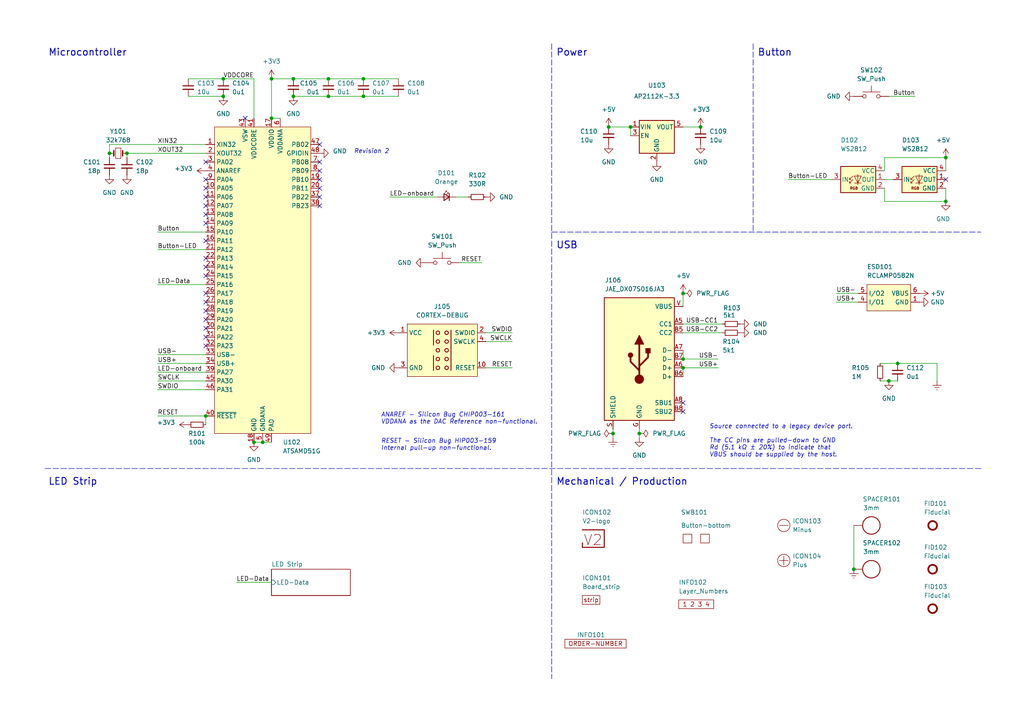
<source format=kicad_sch>
(kicad_sch (version 20230121) (generator eeschema)
  (paper "A4")
  (title_block (title "V2 strip") (date "2023-01-12") (rev "3") (company "Versio Duo") (comment 1 "WS2812 LED Strip Adapter"))
  (lib_symbols
    (symbol "Device:C_Small" (pin_numbers hide) (pin_names (offset 0.254) hide)
      (property "Reference" "C" (at 0.254 1.778 0))
      (property "Value" "C_Small" (at 0.254 -2.032 0))
      (symbol "C_Small_0_1"
        (polyline (pts (xy -1.524 -0.508) (xy 1.524 -0.508)) (stroke (width 0.3302)))
        (polyline (pts (xy -1.524 0.508) (xy 1.524 0.508)) (stroke (width 0.3048)))
      )
      (symbol "C_Small_1_1"
        (pin passive line (at 0 2.54 270) (length 2.032) (name "~") (number "1"))
        (pin passive line (at 0 -2.54 90) (length 2.032) (name "~") (number "2"))
      )
    )
    (symbol "Device:Crystal_Small" (pin_numbers hide) (pin_names (offset 1.016) hide)
      (property "Reference" "Y" (at 0 2.54 0))
      (property "Value" "Crystal_Small" (at 0 -2.54 0))
      (symbol "Crystal_Small_0_1"
        (rectangle (start -0.762 -1.524) (end 0.762 1.524))
        (polyline (pts (xy -1.27 -0.762) (xy -1.27 0.762)) (stroke (width 0.381)))
        (polyline (pts (xy 1.27 -0.762) (xy 1.27 0.762)) (stroke (width 0.381)))
      )
      (symbol "Crystal_Small_1_1"
        (pin passive line (at -2.54 0 0) (length 1.27) (name "1") (number "1"))
        (pin passive line (at 2.54 0 180) (length 1.27) (name "2") (number "2"))
      )
    )
    (symbol "Device:LED_Small" (pin_numbers hide) (pin_names (offset 0.254) hide)
      (property "Reference" "D" (at -1.27 3.175 0))
      (property "Value" "LED_Small" (at -4.445 -2.54 0))
      (symbol "LED_Small_0_1"
        (polyline (pts (xy -0.762 -1.016) (xy -0.762 1.016)) (stroke (width 0.254)))
        (polyline (pts (xy 1.016 0) (xy -0.762 0)))
        (polyline (pts (xy 0.762 -1.016) (xy -0.762 0) (xy 0.762 1.016) (xy 0.762 -1.016)) (stroke (width 0.254)))
        (polyline (pts (xy 0 0.762) (xy -0.508 1.27) (xy -0.254 1.27) (xy -0.508 1.27) (xy -0.508 1.016)))
        (polyline (pts (xy 0.508 1.27) (xy 0 1.778) (xy 0.254 1.778) (xy 0 1.778) (xy 0 1.524)))
      )
      (symbol "LED_Small_1_1"
        (pin passive line (at -2.54 0 0) (length 1.778) (name "K") (number "1"))
        (pin passive line (at 2.54 0 180) (length 1.778) (name "A") (number "2"))
      )
    )
    (symbol "Device:R_Small" (pin_numbers hide) (pin_names (offset 0.254) hide)
      (property "Reference" "R" (at 0.762 0.508 0))
      (property "Value" "R_Small" (at 0.762 -1.016 0))
      (symbol "R_Small_0_1"
        (rectangle (start -0.762 1.778) (end 0.762 -1.778) (stroke (width 0.2032)))
      )
      (symbol "R_Small_1_1"
        (pin passive line (at 0 2.54 270) (length 0.762) (name "~") (number "1"))
        (pin passive line (at 0 -2.54 90) (length 0.762) (name "~") (number "2"))
      )
    )
    (symbol "Regulator_Linear:AP2112K-3.3" (pin_names (offset 0.254))
      (property "Reference" "U" (at -5.08 5.715 0))
      (property "Value" "AP2112K-3.3" (at 0 5.715 0))
      (symbol "AP2112K-3.3_0_1"
        (rectangle (start -5.08 4.445) (end 5.08 -5.08) (stroke (width 0.254)) (fill (type background)))
      )
      (symbol "AP2112K-3.3_1_1"
        (pin power_in line (at -7.62 2.54 0) (length 2.54) (name "VIN") (number "1"))
        (pin power_in line (at 0 -7.62 90) (length 2.54) (name "GND") (number "2"))
        (pin input line (at -7.62 0 0) (length 2.54) (name "EN") (number "3"))
        (pin no_connect line (at 5.08 0 180) (length 2.54) hide (name "NC") (number "4"))
        (pin power_out line (at 7.62 2.54 180) (length 2.54) (name "VOUT") (number "5"))
      )
    )
    (symbol "Switch:SW_Push" (pin_numbers hide) (pin_names (offset 1.016) hide)
      (property "Reference" "SW" (at 1.27 2.54 0))
      (property "Value" "SW_Push" (at 0 -1.524 0))
      (symbol "SW_Push_0_1"
        (circle (center -2.032 0) (radius 0.508))
        (polyline (pts (xy 0 1.27) (xy 0 3.048)))
        (polyline (pts (xy 2.54 1.27) (xy -2.54 1.27)))
        (circle (center 2.032 0) (radius 0.508))
        (pin passive line (at -5.08 0 0) (length 2.54) (name "1") (number "1"))
        (pin passive line (at 5.08 0 180) (length 2.54) (name "2") (number "2"))
      )
    )
    (symbol "V2_Artwork:Board_strip" (in_bom no)
      (property "Reference" "ICON" (at 0 2.54 0))
      (symbol "Board_strip_0_0"
        (rectangle (start -11.43 7.62) (end -11.43 7.62))
        (rectangle (start 2.54 -1.27) (end -2.54 1.27))
        (text "strip" (at 0 0 0) (effects (font (size 1.27 1.27))))
      )
    )
    (symbol "V2_Artwork:Minus" (in_bom no)
      (property "Reference" "ICON" (at -2.54 2.54 0))
      (symbol "Minus_0_1"
        (polyline (pts (xy -1.27 0) (xy 1.27 0)))
        (circle (center 0 0) (radius 1.7961))
      )
    )
    (symbol "V2_Artwork:Plus" (in_bom no)
      (property "Reference" "ICON" (at -2.54 2.54 0))
      (symbol "Plus_0_1"
        (polyline (pts (xy -1.27 0) (xy 1.27 0)))
        (polyline (pts (xy 0 1.27) (xy 0 -1.27)))
        (circle (center 0 0) (radius 1.7961))
      )
    )
    (symbol "V2_Artwork:V2-logo" (in_bom no)
      (property "Reference" "ICON" (at -3.81 2.54 0))
      (symbol "V2-logo_1_0"
        (polyline (pts (xy -3.81 1.27) (xy 2.54 1.27) (xy 2.54 -3.81) (xy -3.81 -3.81) (xy -3.81 -2.54)) (stroke (width 0.3)))
        (text "V2" (at -0.7135 -1.6753 0) (effects (font (size 3 3))))
      )
    )
    (symbol "V2_Connector_USB:JAE_DX07S016JA3"
      (property "Reference" "J" (at -10.16 24.13 0))
      (property "Value" "JAE_DX07S016JA3" (at -10.16 20.5 0))
      (symbol "JAE_DX07S016JA3_0_1"
        (rectangle (start -10.16 17.78) (end 10.16 -17.78) (stroke (width 0.254)) (fill (type background)))
        (circle (center -2.54 1.143) (radius 0.635) (stroke (width 0.254)) (fill (type outline)))
        (circle (center 0 -5.842) (radius 1.27) (fill (type outline)))
        (polyline (pts (xy 0 -5.842) (xy 0 4.318)) (stroke (width 0.508)))
        (polyline (pts (xy 0 -3.302) (xy -2.54 -0.762) (xy -2.54 0.508)) (stroke (width 0.508)))
        (polyline (pts (xy 0 -2.032) (xy 2.54 0.508) (xy 2.54 1.778)) (stroke (width 0.508)))
        (polyline (pts (xy -1.27 4.318) (xy 0 6.858) (xy 1.27 4.318) (xy -1.27 4.318)) (stroke (width 0.254)) (fill (type outline)))
        (rectangle (start 1.905 1.778) (end 3.175 3.048) (stroke (width 0.254)) (fill (type outline)))
      )
      (symbol "JAE_DX07S016JA3_1_1"
        (pin bidirectional line (at 12.7 10.16 180) (length 2.54) (name "CC1") (number "A5"))
        (pin bidirectional line (at 12.7 -2.54 180) (length 2.54) (name "D+") (number "A6"))
        (pin bidirectional line (at 12.7 2.54 180) (length 2.54) (name "D-") (number "A7"))
        (pin bidirectional line (at 12.7 -12.7 180) (length 2.54) (name "SBU1") (number "A8"))
        (pin bidirectional line (at 12.7 7.62 180) (length 2.54) (name "CC2") (number "B5"))
        (pin bidirectional line (at 12.7 -5.08 180) (length 2.54) (name "D+") (number "B6"))
        (pin bidirectional line (at 12.7 0 180) (length 2.54) (name "D-") (number "B7"))
        (pin bidirectional line (at 12.7 -15.24 180) (length 2.54) (name "SBU2") (number "B8"))
        (pin passive line (at 0 -20.32 90) (length 2.54) (name "GND") (number "G"))
        (pin passive line (at -7.62 -20.32 90) (length 2.54) (name "SHIELD") (number "S"))
        (pin passive line (at 12.7 15.24 180) (length 2.54) (name "VBUS") (number "V"))
      )
    )
    (symbol "V2_Cortex_Debug:Cortex_Debug" (in_bom no)
      (property "Reference" "J" (at -8.89 11.43 0))
      (property "Value" "Cortex_Debug" (at -8.89 8.89 0))
      (symbol "Cortex_Debug_1_0"
        (circle (center 0 -5.08) (radius 0.508) (stroke (width 0.254)))
        (circle (center 0 -2.54) (radius 0.508) (stroke (width 0.254)))
        (polyline (pts (xy -1.27 -1.524) (xy -1.27 -5.842)) (stroke (width 0.254)))
        (polyline (pts (xy -1.27 5.842) (xy -1.27 1.524)) (stroke (width 0.254)))
        (polyline (pts (xy 3.81 -5.842) (xy 3.81 5.842)) (stroke (width 0.254)))
        (circle (center 0 0) (radius 0.508) (stroke (width 0.254)))
        (circle (center 0 2.54) (radius 0.508) (stroke (width 0.254)))
        (circle (center 0 5.08) (radius 0.508) (stroke (width 0.254)))
        (circle (center 2.54 -5.08) (radius 0.508) (stroke (width 0.254)))
        (circle (center 2.54 -2.54) (radius 0.508) (stroke (width 0.254)))
        (circle (center 2.54 0) (radius 0.508) (stroke (width 0.254)))
        (circle (center 2.54 2.54) (radius 0.508) (stroke (width 0.254)))
        (circle (center 2.54 5.08) (radius 0.508) (stroke (width 0.254)))
        (pin power_in line (at -11.43 5.08 0) (length 2.54) (name "VCC") (number "1"))
        (pin input line (at 13.97 -5.08 180) (length 2.54) (name "RESET") (number "10"))
        (pin bidirectional line (at 13.97 5.08 180) (length 2.54) (name "SWDIO") (number "2"))
        (pin power_in line (at -11.43 -5.08 0) (length 2.54) (name "GND") (number "3"))
        (pin input line (at 13.97 2.54 180) (length 2.54) (name "SWCLK") (number "4"))
        (pin passive line (at -11.43 -5.08 0) (length 2.54) hide (name "GND") (number "5"))
      )
      (symbol "Cortex_Debug_1_1"
        (rectangle (start -8.89 7.62) (end 11.43 -7.62) (fill (type background)))
      )
    )
    (symbol "V2_ESD_Suppressor:RCLAMP0582N"
      (property "Reference" "ESD" (at -6.35 6.35 0))
      (property "Value" "RCLAMP0582N" (at -6.35 3.81 0))
      (symbol "RCLAMP0582N_0_1"
        (rectangle (start -6.35 2.54) (end 6.35 -5.08) (fill (type background)))
      )
      (symbol "RCLAMP0582N_1_0"
        (pin power_in line (at 8.89 -2.54 180) (length 2.54) (name "GND") (number "1"))
        (pin no_connect line (at 2.54 -10.16 0) (length 2.54) hide (name "") (number "3"))
        (pin bidirectional line (at -8.89 -2.54 0) (length 2.54) (name "I/O1") (number "4"))
        (pin bidirectional line (at -8.89 0 0) (length 2.54) (name "I/O2") (number "5"))
        (pin power_in line (at 8.89 0 180) (length 2.54) (name "VBUS") (number "6"))
      )
      (symbol "RCLAMP0582N_1_1"
        (pin no_connect line (at 2.54 -7.62 0) (length 2.54) hide (name "") (number "2"))
      )
    )
    (symbol "V2_LED:WS2812" (pin_names (offset 0.254))
      (property "Reference" "D3" (at 0 11.43 0))
      (property "Value" "WS2812" (at 0 8.89 0))
      (symbol "WS2812_0_0"
        (text "RGB" (at -1.27 -1.27 0) (effects (font (size 0.762 0.762))))
      )
      (symbol "WS2812_0_1"
        (rectangle (start -5.08 5.08) (end 5.08 -2.54) (stroke (width 0.254)) (fill (type background)))
        (polyline (pts (xy -2.54 0.254) (xy -2.032 0.254)))
        (polyline (pts (xy -2.54 1.27) (xy -2.032 1.27)))
        (polyline (pts (xy 0.889 0.254) (xy -1.143 0.254)))
        (polyline (pts (xy -1.524 1.27) (xy -2.54 0.254) (xy -2.54 0.762)))
        (polyline (pts (xy -1.524 2.286) (xy -2.54 1.27) (xy -2.54 1.778)))
        (polyline (pts (xy -0.127 2.794) (xy -0.127 0.254) (xy -0.127 -0.254)))
        (polyline (pts (xy 0.889 2.286) (xy -1.143 2.286) (xy -0.127 0.254) (xy 0.889 2.286)))
      )
      (symbol "WS2812_1_1"
        (pin output line (at 7.62 1.27 180) (length 2.54) (name "OUT") (number "1"))
        (pin power_in line (at 7.62 -1.27 180) (length 2.54) (name "GND") (number "2"))
        (pin input line (at -7.62 1.27 0) (length 2.54) (name "IN") (number "3"))
        (pin power_in line (at 7.62 3.81 180) (length 2.54) (name "VCC") (number "4"))
      )
    )
    (symbol "V2_MCU_Microchip_SAMD:ATSAMD51G"
      (property "Reference" "U" (at 8.8392 -47.2948 0))
      (property "Value" "ATSAMD51G" (at 13.8684 -51.8668 0))
      (symbol "ATSAMD51G_0_1"
        (rectangle (start -13.97 44.45) (end 13.97 -44.45) (fill (type background)))
      )
      (symbol "ATSAMD51G_1_1"
        (pin bidirectional line (at -16.51 39.37 0) (length 2.54) (name "PA00") (number "1") (alternate "XIN32" input line))
        (pin bidirectional line (at -16.51 26.67 0) (length 2.54) (name "PA05") (number "10"))
        (pin bidirectional line (at -16.51 24.13 0) (length 2.54) (name "PA06") (number "11"))
        (pin bidirectional line (at -16.51 21.59 0) (length 2.54) (name "PA07") (number "12"))
        (pin bidirectional line (at -16.51 19.05 0) (length 2.54) (name "PA08") (number "13"))
        (pin bidirectional line (at -16.51 16.51 0) (length 2.54) (name "PA09") (number "14"))
        (pin bidirectional line (at -16.51 13.97 0) (length 2.54) (name "PA10") (number "15"))
        (pin bidirectional line (at -16.51 11.43 0) (length 2.54) (name "PA11") (number "16"))
        (pin power_in line (at 2.54 46.99 270) (length 2.54) (name "VDDIO") (number "17"))
        (pin power_in line (at -2.54 -46.99 90) (length 2.54) (name "GND") (number "18"))
        (pin bidirectional line (at 16.51 29.21 180) (length 2.54) (name "PB10") (number "19"))
        (pin bidirectional line (at -16.51 36.83 0) (length 2.54) (name "PA01") (number "2") (alternate "XOUT32" output line))
        (pin bidirectional line (at 16.51 26.67 180) (length 2.54) (name "PB11") (number "20"))
        (pin bidirectional line (at -16.51 8.89 0) (length 2.54) (name "PA12") (number "21"))
        (pin bidirectional line (at -16.51 6.35 0) (length 2.54) (name "PA13") (number "22"))
        (pin bidirectional line (at -16.51 3.81 0) (length 2.54) (name "PA14") (number "23"))
        (pin bidirectional line (at -16.51 1.27 0) (length 2.54) (name "PA15") (number "24"))
        (pin bidirectional line (at -16.51 -1.27 0) (length 2.54) (name "PA16") (number "25"))
        (pin bidirectional line (at -16.51 -3.81 0) (length 2.54) (name "PA17") (number "26"))
        (pin bidirectional line (at -16.51 -6.35 0) (length 2.54) (name "PA18") (number "27"))
        (pin bidirectional line (at -16.51 -8.89 0) (length 2.54) (name "PA19") (number "28"))
        (pin bidirectional line (at -16.51 -11.43 0) (length 2.54) (name "PA20") (number "29"))
        (pin bidirectional line (at -16.51 34.29 0) (length 2.54) (name "PA02") (number "3"))
        (pin bidirectional line (at -16.51 -13.97 0) (length 2.54) (name "PA21") (number "30"))
        (pin bidirectional line (at -16.51 -16.51 0) (length 2.54) (name "PA22") (number "31"))
        (pin bidirectional line (at -16.51 -19.05 0) (length 2.54) (name "PA23") (number "32"))
        (pin bidirectional line (at -16.51 -21.59 0) (length 2.54) (name "PA24") (number "33") (alternate "USB-" bidirectional line))
        (pin bidirectional line (at -16.51 -24.13 0) (length 2.54) (name "PA25") (number "34") (alternate "USB+" bidirectional line))
        (pin passive line (at -2.54 -46.99 90) (length 2.54) hide (name "GND") (number "35"))
        (pin passive line (at 2.54 46.99 270) (length 2.54) hide (name "VDDIO") (number "36"))
        (pin bidirectional line (at 16.51 24.13 180) (length 2.54) (name "PB22") (number "37"))
        (pin bidirectional line (at 16.51 21.59 180) (length 2.54) (name "PB23") (number "38"))
        (pin bidirectional line (at -16.51 -26.67 0) (length 2.54) (name "PA27") (number "39"))
        (pin bidirectional line (at -16.51 31.75 0) (length 2.54) (name "PA03") (number "4") (alternate "ANAREF" input line))
        (pin input line (at -16.51 -39.37 0) (length 2.54) (name "~{RESET}") (number "40"))
        (pin power_out line (at -2.54 46.99 270) (length 2.54) (name "VDDCORE") (number "41"))
        (pin passive line (at -2.54 -46.99 90) (length 2.54) hide (name "GND") (number "42"))
        (pin power_in line (at -5.08 46.99 270) (length 2.54) (name "VSW") (number "43"))
        (pin passive line (at 2.54 46.99 270) (length 2.54) hide (name "VDDIO") (number "44"))
        (pin bidirectional line (at -16.51 -29.21 0) (length 2.54) (name "PA30") (number "45"))
        (pin bidirectional line (at -16.51 -31.75 0) (length 2.54) (name "PA31") (number "46"))
        (pin bidirectional line (at 16.51 39.37 180) (length 2.54) (name "PB02") (number "47"))
        (pin bidirectional line (at 16.51 36.83 180) (length 2.54) (name "PB03") (number "48") (alternate "GPIOIN" input line))
        (pin power_in line (at 2.54 -46.99 90) (length 2.54) (name "PAD") (number "49"))
        (pin power_in line (at 0 -46.99 90) (length 2.54) (name "GNDANA") (number "5"))
        (pin power_in line (at 5.08 46.99 270) (length 2.54) (name "VDDANA") (number "6"))
        (pin bidirectional line (at 16.51 34.29 180) (length 2.54) (name "PB08") (number "7"))
        (pin bidirectional line (at 16.51 31.75 180) (length 2.54) (name "PB09") (number "8"))
        (pin bidirectional line (at -16.51 29.21 0) (length 2.54) (name "PA04") (number "9"))
      )
    )
    (symbol "V2_Mechanical:Fiducial_Paste" (in_bom no)
      (property "Reference" "FID" (at 0 5.08 0))
      (property "Value" "Fiducial_Paste" (at 0 3.175 0))
      (symbol "Fiducial_Paste_0_1"
        (circle (center 0 0) (radius 1.27) (stroke (width 0.508)))
      )
    )
    (symbol "V2_PCB_Devices:Button-bottom" (in_bom no)
      (property "Reference" "SWB1" (at -2.54 3.81 0))
      (property "Value" "Button-bottom" (at -6.35 -3.81 0))
      (symbol "Button-bottom_0_1"
        (rectangle (start -3.81 1.27) (end -1.27 -1.27))
        (rectangle (start 1.27 1.27) (end 3.81 -1.27))
      )
    )
    (symbol "V2_Production:Layer_Numbers" (in_bom no)
      (property "Reference" "INFO" (at 0 3.81 0))
      (property "Value" "Layer_Numbers" (at 0 -3.81 0))
      (symbol "Layer_Numbers_0_0"
        (text "1 2 3 4" (at 0 0 0) (effects (font (size 1.27 1.27))))
      )
      (symbol "Layer_Numbers_0_1"
        (rectangle (start -5.08 1.27) (end 5.08 -1.27))
      )
    )
    (symbol "V2_Production:Order_Number" (in_bom no)
      (property "Reference" "INFO" (at 0 2.54 0))
      (symbol "Order_Number_0_0"
        (text "ORDER-NUMBER" (at 0 0 0) (effects (font (size 1.27 1.27))))
      )
      (symbol "Order_Number_0_1"
        (rectangle (start -8.89 1.27) (end 8.89 -1.27))
      )
    )
    (symbol "V2_Spacer_Wurth:9774030243" (pin_numbers hide) (pin_names hide)
      (property "Reference" "SPACER" (at 0 7.62 0))
      (property "Value" "9774030243" (at 0 5.08 0))
      (symbol "9774030243_1_0"
        (circle (center 0 0) (radius 2.54) (stroke (width 0.254)))
        (pin passive line (at -5.08 0 0) (length 2.54) (name "1") (number "1"))
      )
    )
    (symbol "power:+3V3" (power) (pin_names (offset 0))
      (property "Value" "+3V3" (at 0 3.556 0))
      (symbol "+3V3_0_1"
        (polyline (pts (xy -0.762 1.27) (xy 0 2.54)))
        (polyline (pts (xy 0 0) (xy 0 2.54)))
        (polyline (pts (xy 0 2.54) (xy 0.762 1.27)))
      )
      (symbol "+3V3_1_1"
        (pin power_in line (at 0 0 90) (length 0) hide (name "+3V3") (number "1"))
      )
    )
    (symbol "power:+5V" (power) (pin_names (offset 0))
      (property "Value" "+5V" (at 0 3.556 0))
      (symbol "+5V_0_1"
        (polyline (pts (xy -0.762 1.27) (xy 0 2.54)))
        (polyline (pts (xy 0 0) (xy 0 2.54)))
        (polyline (pts (xy 0 2.54) (xy 0.762 1.27)))
      )
      (symbol "+5V_1_1"
        (pin power_in line (at 0 0 90) (length 0) hide (name "+5V") (number "1"))
      )
    )
    (symbol "power:Earth" (power) (pin_names (offset 0))
      (symbol "Earth_0_1"
        (polyline (pts (xy -0.635 -1.905) (xy 0.635 -1.905)))
        (polyline (pts (xy -0.127 -2.54) (xy 0.127 -2.54)))
        (polyline (pts (xy 0 -1.27) (xy 0 0)))
        (polyline (pts (xy 1.27 -1.27) (xy -1.27 -1.27)))
      )
      (symbol "Earth_1_1"
        (pin power_in line (at 0 0 270) (length 0) hide (name "Earth") (number "1"))
      )
    )
    (symbol "power:GND" (power) (pin_names (offset 0))
      (property "Value" "GND" (at 0 -3.81 0))
      (symbol "GND_0_1"
        (polyline (pts (xy 0 0) (xy 0 -1.27) (xy 1.27 -1.27) (xy 0 -2.54) (xy -1.27 -1.27) (xy 0 -1.27)))
      )
      (symbol "GND_1_1"
        (pin power_in line (at 0 0 270) (length 0) hide (name "GND") (number "1"))
      )
    )
    (symbol "power:PWR_FLAG" (power) (pin_numbers hide) (pin_names (offset 0) hide)
      (property "Value" "PWR_FLAG" (at 0 3.81 0))
      (symbol "PWR_FLAG_0_0"
        (pin power_out line (at 0 0 90) (length 0) (name "pwr") (number "1"))
      )
      (symbol "PWR_FLAG_0_1"
        (polyline (pts (xy 0 0) (xy 0 1.27) (xy -1.016 1.905) (xy 0 2.54) (xy 1.016 1.905) (xy 0 1.27)))
      )
    )
  )
  (junction (at 95.25 22.86))
  (junction (at 198.12 106.68))
  (junction (at 73.66 128.27))
  (junction (at 274.32 58.42))
  (junction (at 64.77 22.86))
  (junction (at 85.09 27.94))
  (junction (at 85.09 22.86))
  (junction (at 105.41 27.94))
  (junction (at 36.83 44.45))
  (junction (at 198.12 85.09))
  (junction (at 176.53 36.83))
  (junction (at 105.41 22.86))
  (junction (at 95.25 27.94))
  (junction (at 198.12 104.14))
  (junction (at 78.74 22.86))
  (junction (at 76.2 128.27))
  (junction (at 247.65 165.1))
  (junction (at 31.75 44.45))
  (junction (at 274.32 45.72))
  (junction (at 185.42 125.73))
  (junction (at 182.88 36.83))
  (junction (at 257.81 110.49))
  (junction (at 203.2 36.83))
  (junction (at 177.8 125.73))
  (junction (at 260.35 105.41))
  (junction (at 64.77 27.94))
  (junction (at 59.69 120.65))
  (junction (at 78.74 34.29))
  (no_connect (at 274.32 52.07))
  (no_connect (at 198.12 116.84))
  (no_connect (at 198.12 119.38))
  (no_connect (at 59.69 54.61))
  (no_connect (at 59.69 57.15))
  (no_connect (at 59.69 59.69))
  (no_connect (at 59.69 62.23))
  (no_connect (at 59.69 64.77))
  (no_connect (at 59.69 69.85))
  (no_connect (at 59.69 52.07))
  (no_connect (at 59.69 46.99))
  (no_connect (at 59.69 85.09))
  (no_connect (at 59.69 80.01))
  (no_connect (at 59.69 77.47))
  (no_connect (at 59.69 74.93))
  (no_connect (at 59.69 87.63))
  (no_connect (at 92.71 52.07))
  (no_connect (at 92.71 54.61))
  (no_connect (at 92.71 59.69))
  (no_connect (at 92.71 57.15))
  (no_connect (at 92.71 49.53))
  (no_connect (at 92.71 46.99))
  (no_connect (at 92.71 41.91))
  (no_connect (at 71.12 34.29))
  (no_connect (at 59.69 90.17))
  (no_connect (at 59.69 97.79))
  (no_connect (at 59.69 95.25))
  (no_connect (at 59.69 92.71))
  (no_connect (at 59.69 100.33))
  (wire (pts (xy 45.72 113.03) (xy 59.69 113.03)))
  (wire (pts (xy 135.89 57.15) (xy 132.08 57.15)))
  (wire (pts (xy 64.77 27.94) (xy 54.61 27.94)))
  (wire (pts (xy 242.57 85.09) (xy 248.92 85.09)))
  (wire (pts (xy 256.54 49.53) (xy 256.54 45.72)))
  (wire (pts (xy 198.12 101.6) (xy 198.12 104.14)))
  (wire (pts (xy 260.35 105.41) (xy 271.78 105.41)))
  (wire (pts (xy 256.54 52.07) (xy 259.08 52.07)))
  (wire (pts (xy 78.74 22.86) (xy 85.09 22.86)))
  (wire (pts (xy 45.72 82.55) (xy 59.69 82.55)))
  (wire (pts (xy 256.54 45.72) (xy 274.32 45.72)))
  (wire (pts (xy 198.12 96.52) (xy 209.55 96.52)))
  (wire (pts (xy 64.77 22.86) (xy 73.66 22.86)))
  (polyline (pts (xy 284.48 135.89) (xy 12.7 135.89)) (stroke (width 0) (type dash)))
  (wire (pts (xy 255.27 105.41) (xy 260.35 105.41)))
  (wire (pts (xy 31.75 44.45) (xy 31.75 45.72)))
  (wire (pts (xy 140.97 106.68) (xy 148.59 106.68)))
  (wire (pts (xy 198.12 106.68) (xy 208.28 106.68)))
  (wire (pts (xy 45.72 72.39) (xy 59.69 72.39)))
  (wire (pts (xy 256.54 58.42) (xy 274.32 58.42)))
  (wire (pts (xy 73.66 22.86) (xy 73.66 34.29)))
  (wire (pts (xy 177.8 127) (xy 177.8 125.73)))
  (wire (pts (xy 95.25 27.94) (xy 105.41 27.94)))
  (wire (pts (xy 73.66 128.27) (xy 76.2 128.27)))
  (wire (pts (xy 45.72 110.49) (xy 59.69 110.49)))
  (wire (pts (xy 198.12 104.14) (xy 208.28 104.14)))
  (wire (pts (xy 78.74 34.29) (xy 81.28 34.29)))
  (wire (pts (xy 76.2 128.27) (xy 78.74 128.27)))
  (wire (pts (xy 257.81 110.49) (xy 260.35 110.49)))
  (wire (pts (xy 255.27 110.49) (xy 257.81 110.49)))
  (wire (pts (xy 185.42 125.73) (xy 185.42 124.46)))
  (wire (pts (xy 198.12 106.68) (xy 198.12 109.22)))
  (wire (pts (xy 45.72 102.87) (xy 59.69 102.87)))
  (wire (pts (xy 242.57 87.63) (xy 248.92 87.63)))
  (wire (pts (xy 113.03 57.15) (xy 127 57.15)))
  (wire (pts (xy 274.32 54.61) (xy 274.32 58.42)))
  (wire (pts (xy 182.88 36.83) (xy 182.88 39.37)))
  (wire (pts (xy 140.97 96.52) (xy 148.59 96.52)))
  (wire (pts (xy 45.72 107.95) (xy 59.69 107.95)))
  (wire (pts (xy 45.72 120.65) (xy 59.69 120.65)))
  (polyline (pts (xy 160.02 67.31) (xy 284.48 67.31)) (stroke (width 0) (type dash)))
  (wire (pts (xy 198.12 85.09) (xy 198.12 88.9)))
  (wire (pts (xy 271.78 105.41) (xy 271.78 110.49)))
  (wire (pts (xy 45.72 105.41) (xy 59.69 105.41)))
  (wire (pts (xy 203.2 36.83) (xy 198.12 36.83)))
  (wire (pts (xy 247.65 152.4) (xy 247.65 165.1)))
  (wire (pts (xy 228.6 52.07) (xy 241.3 52.07)))
  (wire (pts (xy 85.09 22.86) (xy 95.25 22.86)))
  (wire (pts (xy 176.53 36.83) (xy 182.88 36.83)))
  (wire (pts (xy 85.09 27.94) (xy 95.25 27.94)))
  (wire (pts (xy 78.74 22.86) (xy 78.74 34.29)))
  (wire (pts (xy 68.58 168.91) (xy 78.74 168.91)))
  (wire (pts (xy 45.72 67.31) (xy 59.69 67.31)))
  (polyline (pts (xy 218.44 12.7) (xy 218.44 67.31)) (stroke (width 0) (type dash)))
  (wire (pts (xy 274.32 45.72) (xy 274.32 49.53)))
  (wire (pts (xy 256.54 54.61) (xy 256.54 58.42)))
  (wire (pts (xy 59.69 123.19) (xy 59.69 120.65)))
  (wire (pts (xy 105.41 22.86) (xy 115.57 22.86)))
  (wire (pts (xy 95.25 22.86) (xy 105.41 22.86)))
  (wire (pts (xy 64.77 22.86) (xy 54.61 22.86)))
  (wire (pts (xy 133.35 76.2) (xy 139.7 76.2)))
  (wire (pts (xy 59.69 41.91) (xy 31.75 41.91)))
  (wire (pts (xy 177.8 125.73) (xy 177.8 124.46)))
  (wire (pts (xy 36.83 44.45) (xy 36.83 45.72)))
  (polyline (pts (xy 160.02 12.7) (xy 160.02 196.85)) (stroke (width 0) (type dash)))
  (wire (pts (xy 257.81 27.94) (xy 265.43 27.94)))
  (wire (pts (xy 198.12 93.98) (xy 209.55 93.98)))
  (wire (pts (xy 31.75 41.91) (xy 31.75 44.45)))
  (wire (pts (xy 59.69 44.45) (xy 36.83 44.45)))
  (wire (pts (xy 140.97 99.06) (xy 148.59 99.06)))
  (wire (pts (xy 185.42 127) (xy 185.42 125.73)))
  (wire (pts (xy 105.41 27.94) (xy 115.57 27.94)))
  (text "ANAREF - ﻿Silicon Bug CHIP003-161\nVDDANA as the DAC Reference non-functional." (at 110.49 123.19 0) (effects (font (size 1.27 1.27) italic) (justify left bottom)))
  (text "RESET - ﻿Silicon Bug HIP003-159\nInternal pull-up non-functional." (at 110.49 130.81 0) (effects (font (size 1.27 1.27) italic) (justify left bottom)))
  (text "﻿Source connected to a legacy device port.\n\nThe CC pins are pulled-down to GND\nRd (5.1 kΩ ± 20%) to indicate that\nVBUS should be supplied by the host. " (at 205.74 132.715 0) (effects (font (size 1.27 1.27) italic) (justify left bottom)))
  (text "Button" (at 219.71 16.51 0) (effects (font (size 2 2) (thickness 0.254) bold) (justify left bottom)))
  (text "Revision 2" (at 102.6333 44.7318 0) (effects (font (size 1.27 1.27) italic) (justify left bottom)))
  (text "Power" (at 161.29 16.51 0) (effects (font (size 2 2) (thickness 0.254) bold) (justify left bottom)))
  (text "Mechanical / Production" (at 161.29 140.97 0) (effects (font (size 2 2) (thickness 0.254) bold) (justify left bottom)))
  (text "Microcontroller" (at 13.97 16.51 0) (effects (font (size 2 2) (thickness 0.254) bold) (justify left bottom)))
  (text "USB" (at 161.29 72.39 0) (effects (font (size 2 2) (thickness 0.254) bold) (justify left bottom)))
  (text "LED Strip" (at 13.97 140.97 0) (effects (font (size 2 2) (thickness 0.254) bold) (justify left bottom)))
  (label "SWCLK" (at 148.59 99.06 180))
  (label "XIN32" (at 45.72 41.91 0))
  (label "LED-onboard" (at 113.03 57.15 0))
  (label "Button" (at 265.43 27.94 180))
  (label "LED-Data" (at 45.72 82.55 0))
  (label "Button-LED" (at 45.72 72.39 0))
  (label "USB-CC1" (at 208.28 93.98 180))
  (label "Button-LED" (at 228.6 52.07 0))
  (label "USB+" (at 45.72 105.41 0))
  (label "RESET" (at 45.72 120.65 0))
  (label "RESET" (at 148.59 106.68 180))
  (label "XOUT32" (at 45.72 44.45 0))
  (label "VDDCORE" (at 64.77 22.86 0))
  (label "RESET" (at 139.7 76.2 180))
  (label "USB-" (at 208.28 104.14 180))
  (label "LED-onboard" (at 45.72 107.95 0))
  (label "USB-" (at 45.72 102.87 0))
  (label "USB-CC2" (at 208.28 96.52 180))
  (label "USB+" (at 208.28 106.68 180))
  (label "LED-Data" (at 68.58 168.91 0))
  (label "SWCLK" (at 45.72 110.49 0))
  (label "SWDIO" (at 45.72 113.03 0))
  (label "Button" (at 45.72 67.31 0))
  (label "USB+" (at 242.57 87.63 0))
  (label "SWDIO" (at 148.59 96.52 180))
  (label "USB-" (at 242.57 85.09 0))
  (symbol (lib_id "Device:R_Small") (at 212.09 93.98 90) (unit 1)
    (property "Reference" "R103" (at 214.8309 89.3354 90) (effects (justify left)))
    (property "Value" "5k1" (at 213.3599 91.44 90) (effects (justify left)))
    (property "Footprint" "Resistor_SMD:R_0603_1608Metric" (effects hide))
  )
  (symbol (lib_id "Device:C_Small") (at 115.57 25.4 0) (unit 1)
    (property "Reference" "C108" (at 118.11 24.1362 0) (effects (justify left)))
    (property "Value" "0u1" (at 118.11 26.6762 0) (effects (justify left)))
    (property "Footprint" "Capacitor_SMD:C_0603_1608Metric" (effects hide))
  )
  (symbol (lib_id "power:GND") (at 274.32 58.42 0) (unit 1)
    (property "Reference" "#PWR0134" (effects hide))
    (property "Value" "GND" (at 275.59 63.4999 0) (effects (justify right)))
  )
  (symbol (lib_id "V2_ESD_Suppressor:RCLAMP0582N") (at 257.81 85.09 0) (unit 1)
    (property "Reference" "ESD101" (at 251.46 78.105 0) (effects (justify left bottom)))
    (property "Value" "RCLAMP0582N" (at 251.46 80.645 0) (effects (justify left bottom)))
    (property "Footprint" "V2_ESD_Suppressor:SLP1210N6" (effects hide))
  )
  (symbol (lib_id "power:+3V3") (at 203.2 36.83 0) (unit 1)
    (property "Reference" "#PWR0124" (effects hide))
    (property "Value" "+3V3" (at 200.66 31.75 0) (effects (justify left)))
  )
  (symbol (lib_id "V2_Artwork:Minus") (at 227.33 152.4 0) (unit 1) (in_bom no)
    (property "Reference" "ICON103" (at 229.87 151.1299 0) (effects (justify left)))
    (property "Value" "Minus" (at 229.87 153.6699 0) (effects (justify left)))
    (property "Footprint" "V2_Artwork:Minus_Small" (effects hide))
  )
  (symbol (lib_id "V2_Production:Layer_Numbers") (at 201.93 175.26 0) (unit 1) (in_bom no)
    (property "Reference" "INFO102" (at 196.85 168.9099 0) (effects (justify left)))
    (property "Value" "Layer_Numbers" (at 196.85 171.4499 0) (effects (justify left)))
    (property "Footprint" "V2_Production:Layer_Numbers" (effects hide))
  )
  (symbol (lib_id "Switch:SW_Push") (at 252.73 27.94 0) (unit 1)
    (property "Reference" "SW102" (at 252.73 20.32 0))
    (property "Value" "SW_Push" (at 252.73 22.86 0))
    (property "Footprint" "V2_Button_Switch_SMD:SKSG" (effects hide))
  )
  (symbol (lib_id "power:GND") (at 92.71 44.45 90) (unit 1)
    (property "Reference" "#PWR0113" (effects hide))
    (property "Value" "GND" (at 96.52 43.8149 90) (effects (justify right)))
  )
  (symbol (lib_id "power:GND") (at 214.63 96.52 90) (unit 1)
    (property "Reference" "#PWR0126" (effects hide))
    (property "Value" "GND" (at 218.44 96.5199 90) (effects (justify right)))
  )
  (symbol (lib_id "power:GND") (at 214.63 93.98 90) (unit 1)
    (property "Reference" "#PWR0125" (effects hide))
    (property "Value" "GND" (at 218.44 93.9799 90) (effects (justify right)))
  )
  (symbol (lib_id "power:GND") (at 73.66 128.27 0) (unit 1)
    (property "Reference" "#PWR0110" (effects hide))
    (property "Value" "GND" (at 73.66 133.35 0))
  )
  (symbol (lib_id "power:+5V") (at 266.7 85.09 270) (unit 1)
    (property "Reference" "#PWR0130" (effects hide))
    (property "Value" "+5V" (at 269.875 85.0899 90) (effects (justify left)))
  )
  (symbol (lib_id "Device:LED_Small") (at 129.54 57.15 0) (mirror y) (unit 1)
    (property "Reference" "D101" (at 129.4765 50.165 0))
    (property "Value" "Orange" (at 129.4765 52.705 0))
    (property "Footprint" "LED_SMD:LED_0603_1608Metric" (effects hide))
  )
  (symbol (lib_id "power:GND") (at 64.77 27.94 0) (unit 1)
    (property "Reference" "#PWR0107" (effects hide))
    (property "Value" "GND" (at 64.77 33.02 0))
  )
  (symbol (lib_id "V2_LED:WS2812") (at 248.92 53.34 0) (unit 1)
    (property "Reference" "D102" (at 246.38 40.64 0))
    (property "Value" "WS2812" (at 247.65 43.18 0))
    (property "Footprint" "V2_LED:WS2812-2020" (effects hide))
  )
  (symbol (lib_id "V2_PCB_Devices:Button-bottom") (at 201.93 156.21 0) (unit 1) (in_bom no)
    (property "Reference" "SWB101" (at 197.485 148.59 0) (effects (justify left)))
    (property "Value" "Button-bottom" (at 197.485 152.4 0) (effects (justify left)))
    (property "Footprint" "V2_PCB_Devices:PCB_Button-bottom" (effects hide))
  )
  (symbol (lib_id "Device:C_Small") (at 203.2 39.37 0) (unit 1)
    (property "Reference" "C109" (at 205.74 38.1062 0) (effects (justify left)))
    (property "Value" "10u" (at 205.74 40.6462 0) (effects (justify left)))
    (property "Footprint" "Capacitor_SMD:C_0603_1608Metric" (effects hide))
  )
  (symbol (lib_id "power:GND") (at 257.81 110.49 0) (unit 1)
    (property "Reference" "#PWR0129" (effects hide))
    (property "Value" "GND" (at 257.81 115.57 0))
  )
  (symbol (lib_id "power:+3V3") (at 78.74 22.86 0) (unit 1)
    (property "Reference" "#PWR0111" (effects hide))
    (property "Value" "+3V3" (at 78.74 17.78 0))
  )
  (symbol (lib_id "Device:C_Small") (at 260.35 107.95 0) (unit 1)
    (property "Reference" "C112" (at 262.89 106.6862 0) (effects (justify left)))
    (property "Value" "0u1" (at 262.89 109.2262 0) (effects (justify left)))
    (property "Footprint" "Capacitor_SMD:C_0603_1608Metric" (effects hide))
  )
  (symbol (lib_id "power:Earth") (at 247.65 165.1 0) (unit 1)
    (property "Reference" "#PWR0128" (effects hide))
    (property "Value" "Earth" (effects hide))
  )
  (symbol (lib_id "power:+5V") (at 274.32 45.72 0) (unit 1)
    (property "Reference" "#PWR0133" (effects hide))
    (property "Value" "+5V" (at 275.59 40.6399 0) (effects (justify right)))
  )
  (symbol (lib_id "power:Earth") (at 177.8 127 0) (unit 1)
    (property "Reference" "#PWR0118" (effects hide))
    (property "Value" "Earth" (effects hide))
  )
  (symbol (lib_id "power:+3V3") (at 54.61 123.19 90) (unit 1)
    (property "Reference" "#PWR0105" (effects hide))
    (property "Value" "+3V3" (at 50.8 122.5549 90) (effects (justify left)))
  )
  (symbol (lib_id "V2_Cortex_Debug:Cortex_Debug") (at 127 101.6 0) (unit 1) (in_bom no)
    (property "Reference" "J105" (at 128.27 88.9 0))
    (property "Value" "CORTEX-DEBUG" (at 128.27 91.44 0))
    (property "Footprint" "V2_Cortex_Debug:Cortex_Debug_Pad" (effects hide))
  )
  (symbol (lib_id "power:GND") (at 31.75 50.8 0) (unit 1)
    (property "Reference" "#PWR0101" (effects hide))
    (property "Value" "GND" (at 31.75 55.88 0))
  )
  (symbol (lib_id "power:GND") (at 115.57 106.68 270) (unit 1)
    (property "Reference" "#PWR0115" (effects hide))
    (property "Value" "GND" (at 111.76 106.6799 90) (effects (justify right)))
  )
  (symbol (lib_id "V2_LED:WS2812") (at 266.7 53.34 0) (unit 1)
    (property "Reference" "D103" (at 264.16 40.64 0))
    (property "Value" "WS2812" (at 265.43 43.18 0))
    (property "Footprint" "V2_LED:WS2812-2020" (effects hide))
  )
  (symbol (lib_id "power:GND") (at 185.42 127 0) (unit 1)
    (property "Reference" "#PWR0120" (effects hide))
    (property "Value" "GND" (at 185.42 132.08 0))
  )
  (symbol (lib_id "power:+5V") (at 176.53 36.83 0) (unit 1)
    (property "Reference" "#PWR0121" (effects hide))
    (property "Value" "+5V" (at 176.53 31.75 0))
  )
  (symbol (lib_id "Regulator_Linear:AP2112K-3.3") (at 190.5 39.37 0) (unit 1)
    (property "Reference" "U103" (at 190.5 24.765 0))
    (property "Value" "AP2112K-3.3" (at 190.5 27.94 0))
    (property "Footprint" "Package_TO_SOT_SMD:SOT-23-5" (effects hide))
    (property "Datasheet" "https://www.diodes.com/assets/Datasheets/AP2112.pdf" (effects hide))
  )
  (symbol (lib_id "power:+3V3") (at 59.69 49.53 90) (unit 1)
    (property "Reference" "#PWR0106" (effects hide))
    (property "Value" "+3V3" (at 55.88 48.8949 90) (effects (justify left)))
  )
  (symbol (lib_id "V2_Spacer_Wurth:9774030243") (at 252.73 152.4 0) (unit 1)
    (property "Reference" "SPACER101" (at 250.19 144.78 0) (effects (justify left)))
    (property "Value" "3mm" (at 252.73 147.32 0))
    (property "Footprint" "V2_Spacer_Wurth:9774030243" (effects hide))
  )
  (symbol (lib_id "power:GND") (at 85.09 27.94 0) (unit 1)
    (property "Reference" "#PWR0112" (effects hide))
    (property "Value" "GND" (at 85.09 33.02 0))
  )
  (symbol (lib_id "power:GND") (at 36.83 50.8 0) (unit 1)
    (property "Reference" "#PWR0102" (effects hide))
    (property "Value" "GND" (at 36.83 55.88 0))
  )
  (symbol (lib_id "power:GND") (at 247.65 27.94 270) (unit 1)
    (property "Reference" "#PWR0127" (effects hide))
    (property "Value" "GND" (at 243.84 27.9399 90) (effects (justify right)))
  )
  (symbol (lib_id "V2_Production:Order_Number") (at 172.72 186.69 0) (unit 1) (in_bom no)
    (property "Reference" "INFO101" (at 171.45 184.15 0))
    (property "Value" "ORDER-NUMBER" (effects hide))
    (property "Footprint" "V2_Production:Order_Number" (effects hide))
  )
  (symbol (lib_id "power:+3V3") (at 115.57 96.52 90) (unit 1)
    (property "Reference" "#PWR0114" (effects hide))
    (property "Value" "+3V3" (at 111.76 96.5199 90) (effects (justify left)))
  )
  (symbol (lib_id "V2_Spacer_Wurth:9774030243") (at 252.73 165.1 0) (unit 1)
    (property "Reference" "SPACER102" (at 250.19 157.48 0) (effects (justify left)))
    (property "Value" "3mm" (at 252.73 160.02 0))
    (property "Footprint" "V2_Spacer_Wurth:9774030243" (effects hide))
  )
  (symbol (lib_id "power:PWR_FLAG") (at 177.8 125.73 90) (unit 1)
    (property "Reference" "#FLG0101" (effects hide))
    (property "Value" "PWR_FLAG" (at 169.545 125.73 90))
  )
  (symbol (lib_id "Device:C_Small") (at 176.53 39.37 0) (unit 1)
    (property "Reference" "C110" (at 173.355 38.1 0) (effects (justify right)))
    (property "Value" "10u" (at 172.085 40.64 0) (effects (justify right)))
    (property "Footprint" "Capacitor_SMD:C_0603_1608Metric" (effects hide))
  )
  (symbol (lib_id "Device:Crystal_Small") (at 34.29 44.45 0) (unit 1)
    (property "Reference" "Y101" (at 34.29 38.1 0))
    (property "Value" "32k768" (at 34.29 40.64 0))
    (property "Footprint" "V2_Crystal:Crystal_SMD_3215-2Pin_3.2x1.5mm" (effects hide))
  )
  (symbol (lib_id "Device:C_Small") (at 36.83 48.26 0) (unit 1)
    (property "Reference" "C102" (at 39.37 46.9962 0) (effects (justify left)))
    (property "Value" "18p" (at 39.37 49.5362 0) (effects (justify left)))
    (property "Footprint" "Capacitor_SMD:C_0603_1608Metric" (effects hide))
  )
  (symbol (lib_id "Device:C_Small") (at 54.61 25.4 0) (unit 1)
    (property "Reference" "C103" (at 57.15 24.1362 0) (effects (justify left)))
    (property "Value" "10u" (at 57.15 26.6762 0) (effects (justify left)))
    (property "Footprint" "Capacitor_SMD:C_0603_1608Metric" (effects hide))
  )
  (symbol (lib_id "Device:C_Small") (at 64.77 25.4 0) (unit 1)
    (property "Reference" "C104" (at 67.31 24.1362 0) (effects (justify left)))
    (property "Value" "0u1" (at 67.31 26.6762 0) (effects (justify left)))
    (property "Footprint" "Capacitor_SMD:C_0603_1608Metric" (effects hide))
  )
  (symbol (lib_id "power:+5V") (at 198.12 85.09 0) (unit 1)
    (property "Reference" "#PWR0123" (effects hide))
    (property "Value" "+5V" (at 198.12 80.01 0))
  )
  (symbol (lib_id "power:GND") (at 176.53 41.91 0) (unit 1)
    (property "Reference" "#PWR0119" (effects hide))
    (property "Value" "GND" (at 176.53 46.99 0))
  )
  (symbol (lib_id "V2_Mechanical:Fiducial_Paste") (at 270.51 152.4 0) (unit 1)
    (property "Reference" "FID101" (at 267.97 146.05 0) (effects (justify left)))
    (property "Value" "Fiducial" (at 267.97 148.59 0) (effects (justify left)))
    (property "Footprint" "V2_Fiducial:Fiducial_0.5mm_Mask1mm_Paste" (effects hide))
  )
  (symbol (lib_id "Device:C_Small") (at 31.75 48.26 0) (unit 1)
    (property "Reference" "C101" (at 29.21 46.9962 0) (effects (justify right)))
    (property "Value" "18p" (at 29.21 49.5362 0) (effects (justify right)))
    (property "Footprint" "Capacitor_SMD:C_0603_1608Metric" (effects hide))
  )
  (symbol (lib_id "Device:R_Small") (at 255.27 107.95 0) (unit 1)
    (property "Reference" "R105" (at 247.015 106.6799 0) (effects (justify left)))
    (property "Value" "1M" (at 247.015 109.2199 0) (effects (justify left)))
    (property "Footprint" "Resistor_SMD:R_0603_1608Metric" (effects hide))
  )
  (symbol (lib_id "power:GND") (at 190.5 46.99 0) (unit 1)
    (property "Reference" "#PWR0122" (effects hide))
    (property "Value" "GND" (at 190.5 52.07 0))
  )
  (symbol (lib_id "power:GND") (at 140.97 57.15 90) (unit 1)
    (property "Reference" "#PWR0117" (effects hide))
    (property "Value" "GND" (at 144.78 57.1499 90) (effects (justify right)))
  )
  (symbol (lib_id "Device:R_Small") (at 138.43 57.15 90) (unit 1)
    (property "Reference" "R102" (at 138.43 50.8 90))
    (property "Value" "330R" (at 138.43 53.34 90))
    (property "Footprint" "Resistor_SMD:R_0603_1608Metric" (effects hide))
  )
  (symbol (lib_id "power:GND") (at 266.7 87.63 90) (unit 1)
    (property "Reference" "#PWR0131" (effects hide))
    (property "Value" "GND" (at 269.875 87.6299 90) (effects (justify right)))
  )
  (symbol (lib_id "Device:C_Small") (at 105.41 25.4 0) (unit 1)
    (property "Reference" "C107" (at 107.95 24.1362 0) (effects (justify left)))
    (property "Value" "0u1" (at 107.95 26.6762 0) (effects (justify left)))
    (property "Footprint" "Capacitor_SMD:C_0603_1608Metric" (effects hide))
  )
  (symbol (lib_id "power:PWR_FLAG") (at 185.42 125.73 270) (unit 1)
    (property "Reference" "#FLG0102" (effects hide))
    (property "Value" "PWR_FLAG" (at 189.23 125.7299 90) (effects (justify left)))
  )
  (symbol (lib_id "Device:C_Small") (at 85.09 25.4 0) (unit 1)
    (property "Reference" "C105" (at 92.075 24.13 0) (effects (justify right)))
    (property "Value" "0u1" (at 92.71 26.67 0) (effects (justify right)))
    (property "Footprint" "Capacitor_SMD:C_0603_1608Metric" (effects hide))
  )
  (symbol (lib_id "V2_Mechanical:Fiducial_Paste") (at 270.51 165.1 0) (unit 1)
    (property "Reference" "FID102" (at 267.97 158.75 0) (effects (justify left)))
    (property "Value" "Fiducial" (at 271.78 161.29 0))
    (property "Footprint" "V2_Fiducial:Fiducial_0.5mm_Mask1mm_Paste" (effects hide))
  )
  (symbol (lib_id "Device:R_Small") (at 212.09 96.52 90) (unit 1)
    (property "Reference" "R104" (at 209.5499 99.06 90) (effects (justify right)))
    (property "Value" "5k1" (at 209.5499 101.6 90) (effects (justify right)))
    (property "Footprint" "Resistor_SMD:R_0603_1608Metric" (effects hide))
  )
  (symbol (lib_id "Switch:SW_Push") (at 128.27 76.2 0) (unit 1)
    (property "Reference" "SW101" (at 128.27 68.58 0))
    (property "Value" "SW_Push" (at 128.27 71.12 0))
    (property "Footprint" "V2_Button_Switch_SMD:SKSG" (effects hide))
  )
  (symbol (lib_id "V2_Artwork:Board_strip") (at 171.45 173.99 0) (unit 1) (in_bom no)
    (property "Reference" "ICON101" (at 168.91 167.64 0) (effects (justify left)))
    (property "Value" "Board_strip" (at 168.91 170.18 0) (effects (justify left)))
    (property "Footprint" "V2_Artwork:Board_strip_Small" (effects hide))
  )
  (symbol (lib_id "power:Earth") (at 271.78 110.49 0) (unit 1)
    (property "Reference" "#PWR0132" (effects hide))
    (property "Value" "Earth" (effects hide))
  )
  (symbol (lib_id "V2_Connector_USB:JAE_DX07S016JA3") (at 185.42 104.14 0) (unit 1)
    (property "Reference" "J106" (at 177.8 81.28 0))
    (property "Value" "JAE_DX07S016JA3" (at 184.15 83.82 0))
    (property "Footprint" "V2_Connector_USB:JAE_DX07S016JA3" (effects hide))
    (property "Datasheet" "https://www.usb.org/sites/default/files/documents/usb_type-c.zip" (effects hide))
  )
  (symbol (lib_id "power:PWR_FLAG") (at 198.12 85.09 270) (unit 1)
    (property "Reference" "#FLG0103" (effects hide))
    (property "Value" "PWR_FLAG" (at 201.93 85.0899 90) (effects (justify left)))
  )
  (symbol (lib_id "power:GND") (at 123.19 76.2 270) (unit 1)
    (property "Reference" "#PWR0116" (effects hide))
    (property "Value" "GND" (at 119.38 76.1999 90) (effects (justify right)))
  )
  (symbol (lib_id "Device:C_Small") (at 95.25 25.4 0) (unit 1)
    (property "Reference" "C106" (at 97.79 24.1362 0) (effects (justify left)))
    (property "Value" "0u1" (at 97.79 26.6762 0) (effects (justify left)))
    (property "Footprint" "Capacitor_SMD:C_0603_1608Metric" (effects hide))
  )
  (symbol (lib_id "V2_Mechanical:Fiducial_Paste") (at 270.51 176.53 0) (unit 1)
    (property "Reference" "FID103" (at 267.97 170.18 0) (effects (justify left)))
    (property "Value" "Fiducial" (at 267.97 172.72 0) (effects (justify left)))
    (property "Footprint" "V2_Fiducial:Fiducial_0.5mm_Mask1mm_Paste" (effects hide))
  )
  (symbol (lib_id "V2_MCU_Microchip_SAMD:ATSAMD51G") (at 76.2 81.28 0) (unit 1)
    (property "Reference" "U102" (at 82.0294 128.27 0) (effects (justify left)))
    (property "Value" "ATSAMD51G" (at 82.0294 130.81 0) (effects (justify left)))
    (property "Footprint" "V2_Package_DFN_QFN:QFN-48-1EP_7x7mm_P0.5mm_EP5.45x5.45mm_ThermalVias" (effects hide))
    (pin "1" (alternate "XIN32"))
    (pin "2" (alternate "XOUT32"))
    (pin "33" (alternate "USB-"))
    (pin "34" (alternate "USB+"))
    (pin "4" (alternate "ANAREF"))
    (pin "48" (alternate "GPIOIN"))
  )
  (symbol (lib_id "V2_Artwork:Plus") (at 227.33 162.56 0) (unit 1) (in_bom no)
    (property "Reference" "ICON104" (at 229.87 161.2899 0) (effects (justify left)))
    (property "Value" "Plus" (at 229.87 163.8299 0) (effects (justify left)))
    (property "Footprint" "V2_Artwork:Plus_Small" (effects hide))
  )
  (symbol (lib_id "power:GND") (at 203.2 41.91 0) (unit 1)
    (property "Reference" "#PWR0103" (effects hide))
    (property "Value" "GND" (at 203.2 46.99 0))
  )
  (symbol (lib_id "Device:R_Small") (at 57.15 123.19 90) (unit 1)
    (property "Reference" "R101" (at 57.15 125.73 90))
    (property "Value" "100k" (at 57.15 128.27 90))
    (property "Footprint" "Resistor_SMD:R_0603_1608Metric" (effects hide))
  )
  (symbol (lib_id "V2_Artwork:V2-logo") (at 172.72 154.94 0) (unit 1) (in_bom no)
    (property "Reference" "ICON102" (at 168.91 148.59 0) (effects (justify left)))
    (property "Value" "V2-logo" (at 168.91 151.13 0) (effects (justify left)))
    (property "Footprint" "V2_Artwork:Logo_Small" (effects hide))
  )
  (sheet (at 78.74 165.1) (size 22.86 7.62) (stroke (width 0.1524))
    (property "Sheetname" "LED Strip" (at 78.74 164.3884 0) (effects (justify left bottom)))
    (property "Sheetfile" "LEDStrip.kicad_sch" (effects hide))
    (pin "LED-Data" input (at 78.74 168.91 180))
  )
)
</source>
